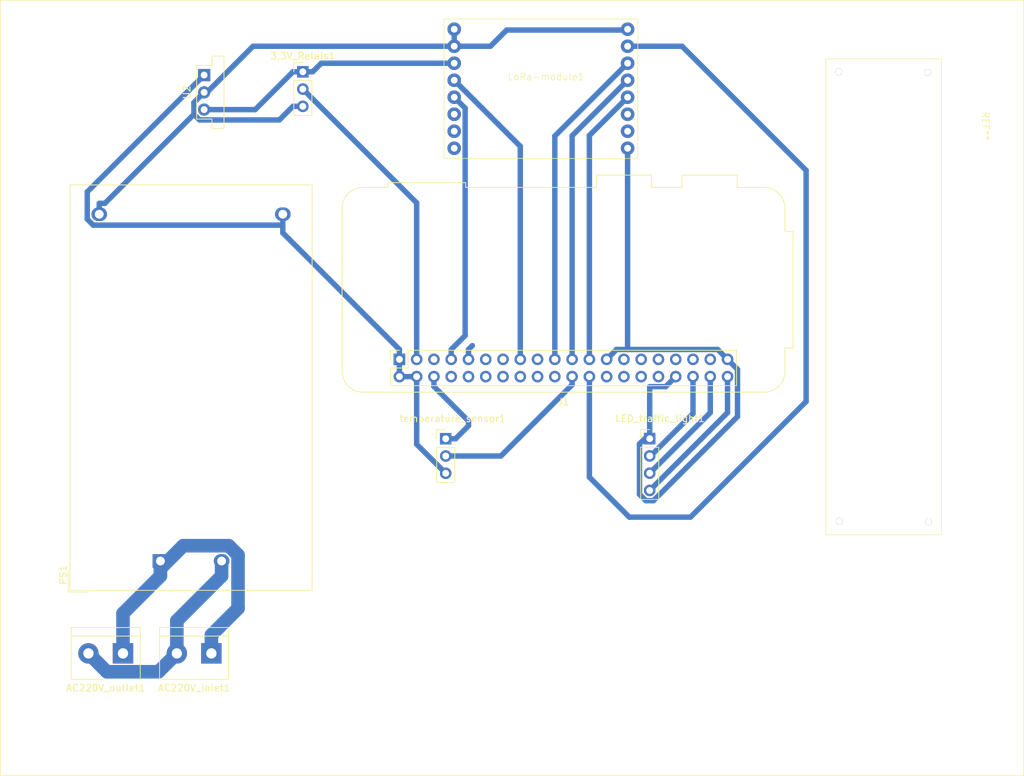
<source format=kicad_pcb>
(kicad_pcb (version 20240108) (generator "pcbnew") (generator_version "8.0")
  (layers (0 "F.Cu" signal) (31 "B.Cu" signal) (34 "B.Paste" user) (35 "F.Paste" user) (36 "B.SilkS" user "B.Silkscreen") (37 "F.SilkS" user "F.Silkscreen") (38 "B.Mask" user) (39 "F.Mask" user) (44 "Edge.Cuts" user))
  (net 0 "")
  (net 1 "Net-(J1-MISO0{slash}GPIO9)")
  (net 7 "Net-(J1-MOSI0{slash}GPIO10)")
  (net 10 "Net-(J1-GCLK0{slash}GPIO4)")
  (net 11 "Net-(J1-GPIO22)")
  (net 13 "Net-(J1-~{CE0}{slash}GPIO8)")
  (net 14 "Net-(3.3V_Relais1-GND)")
  (net 15 "Net-(3.3V_Relais1-3.3V)")
  (net 17 "Net-(3.3V_Relais1-GPIO)")
  (net 18 "Net-(AC220V_inlet1-AC)")
  (net 19 "Net-(J1-SCLK0{slash}GPIO11)")
  (net 20 "Net-(AC220V_inlet1-N)")
  (net 21 "Net-(PS1-+Vout)")
  (net 30 "Net-(J1-GPIO20{slash}MOSI1)")
  (net 31 "Net-(J1-GPIO16)")
  (net 34 "Net-(J1-GPIO21{slash}SCLK1)")
  (net 38 "Net-(J1-GPIO25)")
  (footprint "AAA_Emanuel:LoRa2" (layer "F.Cu") (at 104.25 30.75)
    (property "Reference" "LoRa-module1" (at 3.5 -3.5 0) (layer "F.SilkS") (effects (font (thickness 0.1))))
    (property "Value" "Ai-Thinker-Ra-02")
    (fp_line (start -11.5 -12) (end -11.5 8.5) (stroke (width 0.1)) (layer "F.SilkS"))
    (fp_line (start -11.5 -12) (end 17 -12) (stroke (width 0.1)) (layer "F.SilkS"))
    (fp_line (start -11.5 8.5) (end 17 8.5) (stroke (width 0.1)) (layer "F.SilkS"))
    (fp_line (start 17 -12) (end 17 8.5) (stroke (width 0.1)) (layer "F.SilkS"))
    (pad "1" thru_hole circle (at -10 -10.5) (size 2 2) (drill 1) (layers "*.Cu" "*.Mask") (net 14 "Net-(3.3V_Relais1-GND)"))
    (pad "2" thru_hole circle (at -10 -8) (size 2 2) (drill 1) (layers "*.Cu" "*.Mask") (net 14 "Net-(3.3V_Relais1-GND)"))
    (pad "3" thru_hole circle (at -10 -5.5) (size 2 2) (drill 1) (layers "*.Cu" "*.Mask") (net 15 "Net-(3.3V_Relais1-3.3V)"))
    (pad "4" thru_hole circle (at -10 -3) (size 2 2) (drill 1) (layers "*.Cu" "*.Mask") (net 11 "Net-(J1-GPIO22)"))
    (pad "5" thru_hole circle (at -10 -0.5) (size 2 2) (drill 1) (layers "*.Cu" "*.Mask") (net 10 "Net-(J1-GCLK0{slash}GPIO4)"))
    (pad "6" thru_hole circle (at -10 2) (size 2 2) (drill 1) (layers "*.Cu" "*.Mask"))
    (pad "7" thru_hole circle (at -10 4.5) (size 2 2) (drill 1) (layers "*.Cu" "*.Mask"))
    (pad "8" thru_hole circle (at -10 7) (size 2 2) (drill 1) (layers "*.Cu" "*.Mask"))
    (pad "9" thru_hole circle (at 15.5 7) (size 2 2) (drill 1) (layers "*.Cu" "*.Mask") (net 14 "Net-(3.3V_Relais1-GND)"))
    (pad "10" thru_hole circle (at 15.5 4.5) (size 2 2) (drill 1) (layers "*.Cu" "*.Mask"))
    (pad "11" thru_hole circle (at 15.5 2) (size 2 2) (drill 1) (layers "*.Cu" "*.Mask"))
    (pad "12" thru_hole circle (at 15.5 -0.5) (size 2 2) (drill 1) (layers "*.Cu" "*.Mask") (net 19 "Net-(J1-SCLK0{slash}GPIO11)"))
    (pad "13" thru_hole circle (at 15.5 -3) (size 2 2) (drill 1) (layers "*.Cu" "*.Mask") (net 1 "Net-(J1-MISO0{slash}GPIO9)"))
    (pad "14" thru_hole circle (at 15.5 -5.5) (size 2 2) (drill 1) (layers "*.Cu" "*.Mask") (net 7 "Net-(J1-MOSI0{slash}GPIO10)"))
    (pad "15" thru_hole circle (at 15.5 -8) (size 2 2) (drill 1) (layers "*.Cu" "*.Mask") (net 13 "Net-(J1-~{CE0}{slash}GPIO8)"))
    (pad "16" thru_hole circle (at 15.5 -10.5) (size 2 2) (drill 1) (layers "*.Cu" "*.Mask") (net 14 "Net-(3.3V_Relais1-GND)"))
  )
  (footprint "TerminalBlock:TerminalBlock_bornier-2_P5.08mm" (layer "F.Cu") (at 58.5375 112.0425 180)
    (property "Reference" "AC220V_inlet1" (at 2.54 -5.08 180) (layer "F.SilkS"))
    (property "Value" "~")
    (fp_line (start 7.62 3.81) (end 7.62 -3.81) (stroke (width 0.12)) (layer "F.SilkS"))
    (fp_line (start 7.62 2.54) (end -2.54 2.54) (stroke (width 0.12)) (layer "F.SilkS"))
    (fp_line (start 7.62 -3.81) (end -2.54 -3.81) (stroke (width 0.12)) (layer "F.SilkS"))
    (fp_line (start -2.54 3.81) (end 7.62 3.81) (stroke (width 0.12)) (layer "F.SilkS"))
    (fp_line (start -2.54 -3.81) (end -2.54 3.81) (stroke (width 0.12)) (layer "F.SilkS"))
    (pad "1" thru_hole rect (at 0 0 180) (size 3 3) (drill 1.52) (layers "*.Cu" "*.Mask") (net 18 "Net-(AC220V_inlet1-AC)"))
    (pad "2" thru_hole circle (at 5.08 0 180) (size 3 3) (drill 1.52) (layers "*.Cu" "*.Mask") (net 20 "Net-(AC220V_inlet1-N)"))
  )
  (footprint "Converter_DCDC:Converter_DCDC_Murata_OKI-78SR_Vertical" (layer "F.Cu") (at 57.47 26.99 -90)
    (property "Reference" "U2" (at 2.54 2.54 90) (layer "F.SilkS"))
    (property "Value" "DC5V-DC3.3V")
    (fp_line (start -1.4 1.1) (end -1.4 -1.14) (stroke (width 0.12)) (layer "F.SilkS"))
    (fp_line (start 6.48 1.1) (end -1.4 1.1) (stroke (width 0.12)) (layer "F.SilkS"))
    (fp_line (start -1.4 -1.14) (end -2.79 -1.14) (stroke (width 0.12)) (layer "F.SilkS"))
    (fp_line (start 6.48 -1.14) (end 6.48 1.1) (stroke (width 0.12)) (layer "F.SilkS"))
    (fp_line (start 7.88 -1.14) (end 6.48 -1.14) (stroke (width 0.12)) (layer "F.SilkS"))
    (fp_line (start 7.88 -1.15) (end 7.88 -2.92) (stroke (width 0.12)) (layer "F.SilkS"))
    (fp_line (start -2.79 -2.92) (end -2.79 -1.14) (stroke (width 0.12)) (layer "F.SilkS"))
    (fp_line (start 7.88 -2.92) (end -2.79 -2.92) (stroke (width 0.12)) (layer "F.SilkS"))
    (pad "1" thru_hole rect (at 0 0 270) (size 1.8 1.8) (drill 1) (layers "*.Cu" "*.Mask") (net 21 "Net-(PS1-+Vout)"))
    (pad "2" thru_hole circle (at 2.54 0 270) (size 1.8 1.8) (drill 1) (layers "*.Cu" "*.Mask") (net 14 "Net-(3.3V_Relais1-GND)"))
    (pad "3" thru_hole circle (at 5.08 0 270) (size 1.8 1.8) (drill 1) (layers "*.Cu" "*.Mask") (net 15 "Net-(3.3V_Relais1-3.3V)"))
  )
  (footprint "Connector_PinHeader_2.54mm:PinHeader_1x03_P2.54mm_Vertical" (layer "F.Cu") (at 71.985 26.51)
    (property "Reference" "3.3V_Relais1" (at 0 -2.33 0) (layer "F.SilkS"))
    (property "Value" "~")
    (fp_line (start -1.33 -1.33) (end 0 -1.33) (stroke (width 0.12)) (layer "F.SilkS"))
    (fp_line (start -1.33 0) (end -1.33 -1.33) (stroke (width 0.12)) (layer "F.SilkS"))
    (fp_line (start -1.33 1.27) (end -1.33 6.41) (stroke (width 0.12)) (layer "F.SilkS"))
    (fp_line (start -1.33 1.27) (end 1.33 1.27) (stroke (width 0.12)) (layer "F.SilkS"))
    (fp_line (start -1.33 6.41) (end 1.33 6.41) (stroke (width 0.12)) (layer "F.SilkS"))
    (fp_line (start 1.33 1.27) (end 1.33 6.41) (stroke (width 0.12)) (layer "F.SilkS"))
    (pad "1" thru_hole rect (at 0 0) (size 1.7 1.7) (drill 1) (layers "*.Cu" "*.Mask") (net 15 "Net-(3.3V_Relais1-3.3V)"))
    (pad "2" thru_hole oval (at 0 2.54) (size 1.7 1.7) (drill 1) (layers "*.Cu" "*.Mask") (net 17 "Net-(3.3V_Relais1-GPIO)"))
    (pad "3" thru_hole oval (at 0 5.08) (size 1.7 1.7) (drill 1) (layers "*.Cu" "*.Mask") (net 14 "Net-(3.3V_Relais1-GND)"))
  )
  (footprint "Connector_PinHeader_2.54mm:PinHeader_1x04_P2.54mm_Vertical" (layer "F.Cu") (at 123 80.46)
    (property "Reference" "LED_traffic_light1" (at 1.5 -2.96 0) (layer "F.SilkS"))
    (property "Value" "~")
    (fp_line (start -1.33 -1.33) (end 0 -1.33) (stroke (width 0.12)) (layer "F.SilkS"))
    (fp_line (start -1.33 0) (end -1.33 -1.33) (stroke (width 0.12)) (layer "F.SilkS"))
    (fp_line (start -1.33 1.27) (end -1.33 8.95) (stroke (width 0.12)) (layer "F.SilkS"))
    (fp_line (start -1.33 1.27) (end 1.33 1.27) (stroke (width 0.12)) (layer "F.SilkS"))
    (fp_line (start -1.33 8.95) (end 1.33 8.95) (stroke (width 0.12)) (layer "F.SilkS"))
    (fp_line (start 1.33 1.27) (end 1.33 8.95) (stroke (width 0.12)) (layer "F.SilkS"))
    (pad "1" thru_hole rect (at 0 0) (size 1.7 1.7) (drill 1) (layers "*.Cu" "*.Mask") (net 14 "Net-(3.3V_Relais1-GND)"))
    (pad "2" thru_hole oval (at 0 2.54) (size 1.7 1.7) (drill 1) (layers "*.Cu" "*.Mask") (net 31 "Net-(J1-GPIO16)"))
    (pad "3" thru_hole oval (at 0 5.08) (size 1.7 1.7) (drill 1) (layers "*.Cu" "*.Mask") (net 30 "Net-(J1-GPIO20{slash}MOSI1)"))
    (pad "4" thru_hole oval (at 0 7.62) (size 1.7 1.7) (drill 1) (layers "*.Cu" "*.Mask") (net 34 "Net-(J1-GPIO21{slash}SCLK1)"))
  )
  (footprint "Converter_ACDC:Converter_ACDC_Hi-Link_HLK-20Mxx" (layer "F.Cu") (at 51.0425 98.4575 90)
    (property "Reference" "PS1" (at -2.05 -14.29 -90) (layer "F.SilkS"))
    (property "Value" "HLK-20M05")
    (fp_line (start -4.55 -13.55) (end -1.55 -13.55) (stroke (width 0.12)) (layer "F.SilkS"))
    (fp_line (start 55.31 -13.31) (end 55.31 22.31) (stroke (width 0.12)) (layer "F.SilkS"))
    (fp_line (start -4.31 -13.31) (end 55.31 -13.31) (stroke (width 0.12)) (layer "F.SilkS"))
    (fp_line (start -4.31 -13.31) (end -4.31 22.31) (stroke (width 0.12)) (layer "F.SilkS"))
    (fp_line (start -4.55 -10.55) (end -4.55 -13.55) (stroke (width 0.12)) (layer "F.SilkS"))
    (fp_line (start -4.31 22.31) (end 55.31 22.31) (stroke (width 0.12)) (layer "F.SilkS"))
    (pad "1" thru_hole rect (at 0 0 90) (size 2 2.3) (drill 1.3) (layers "*.Cu" "*.Mask") (net 18 "Net-(AC220V_inlet1-AC)"))
    (pad "2" thru_hole oval (at 0 9 90) (size 2 2.3) (drill 1.3) (layers "*.Cu" "*.Mask") (net 20 "Net-(AC220V_inlet1-N)"))
    (pad "3" thru_hole oval (at 51 -9 90) (size 2 2.3) (drill 1.3) (layers "*.Cu" "*.Mask") (net 14 "Net-(3.3V_Relais1-GND)"))
    (pad "4" thru_hole oval (at 51 18 90) (size 2 2.3) (drill 1.3) (layers "*.Cu" "*.Mask") (net 21 "Net-(PS1-+Vout)"))
  )
  (footprint "TerminalBlock:TerminalBlock_bornier-2_P5.08mm" (layer "F.Cu") (at 45.5375 112.0425 180)
    (property "Reference" "AC220V_outlet1" (at 2.54 -5.08 180) (layer "F.SilkS"))
    (property "Value" "~")
    (fp_line (start 7.62 3.81) (end 7.62 -3.81) (stroke (width 0.12)) (layer "F.SilkS"))
    (fp_line (start 7.62 2.54) (end -2.54 2.54) (stroke (width 0.12)) (layer "F.SilkS"))
    (fp_line (start 7.62 -3.81) (end -2.54 -3.81) (stroke (width 0.12)) (layer "F.SilkS"))
    (fp_line (start -2.54 3.81) (end 7.62 3.81) (stroke (width 0.12)) (layer "F.SilkS"))
    (fp_line (start -2.54 -3.81) (end -2.54 3.81) (stroke (width 0.12)) (layer "F.SilkS"))
    (pad "1" thru_hole rect (at 0 0 180) (size 3 3) (drill 1.52) (layers "*.Cu" "*.Mask") (net 18 "Net-(AC220V_inlet1-AC)"))
    (pad "2" thru_hole circle (at 5.08 0 180) (size 3 3) (drill 1.52) (layers "*.Cu" "*.Mask") (net 20 "Net-(AC220V_inlet1-N)"))
  )
  (footprint "Module:Raspberry_Pi_Zero_Socketed_THT_FaceDown_MountingHoles" (layer "F.Cu") (at 86.1875 68.7975 90)
    (property "Reference" "J1" (at -6.27 24.13 0) (layer "F.SilkS"))
    (property "Value" "raspi-zero-2-w")
    (fp_line (start -1.77 -8.43) (end 22.23 -8.43) (stroke (width 0.12)) (layer "F.SilkS"))
    (fp_line (start 25.99 -1.68) (end 25.29 -1.68) (stroke (width 0.12)) (layer "F.SilkS"))
    (fp_line (start 25.29 -1.68) (end 25.29 -5.37) (stroke (width 0.12)) (layer "F.SilkS"))
    (fp_line (start 1.33 -1.33) (end 1.33 0) (stroke (width 0.12)) (layer "F.SilkS"))
    (fp_line (start 0 -1.33) (end 1.33 -1.33) (stroke (width 0.12)) (layer "F.SilkS"))
    (fp_line (start -1.27 -1.33) (end -1.27 1.27) (stroke (width 0.12)) (layer "F.SilkS"))
    (fp_line (start -3.87 -1.33) (end -1.27 -1.33) (stroke (width 0.12)) (layer "F.SilkS"))
    (fp_line (start -3.87 -1.33) (end -3.87 49.59) (stroke (width 0.12)) (layer "F.SilkS"))
    (fp_line (start 1.33 1.27) (end 1.33 49.59) (stroke (width 0.12)) (layer "F.SilkS"))
    (fp_line (start -1.27 1.27) (end 1.33 1.27) (stroke (width 0.12)) (layer "F.SilkS"))
    (fp_line (start 25.99 9.74) (end 25.99 -1.68) (stroke (width 0.12)) (layer "F.SilkS"))
    (fp_line (start 25.29 9.74) (end 25.99 9.74) (stroke (width 0.12)) (layer "F.SilkS"))
    (fp_line (start 27.09 28.97) (end 25.29 28.97) (stroke (width 0.12)) (layer "F.SilkS"))
    (fp_line (start 25.29 28.97) (end 25.29 9.74) (stroke (width 0.12)) (layer "F.SilkS"))
    (fp_line (start 27.09 37.09) (end 27.09 28.97) (stroke (width 0.12)) (layer "F.SilkS"))
    (fp_line (start 25.29 37.09) (end 27.09 37.09) (stroke (width 0.12)) (layer "F.SilkS"))
    (fp_line (start 27.09 41.57) (end 25.29 41.57) (stroke (width 0.12)) (layer "F.SilkS"))
    (fp_line (start 25.29 41.57) (end 25.29 37.09) (stroke (width 0.12)) (layer "F.SilkS"))
    (fp_line (start -3.87 49.59) (end 1.33 49.59) (stroke (width 0.12)) (layer "F.SilkS"))
    (fp_line (start 27.09 49.69) (end 27.09 41.57) (stroke (width 0.12)) (layer "F.SilkS"))
    (fp_line (start 25.29 49.69) (end 27.09 49.69) (stroke (width 0.12)) (layer "F.SilkS"))
    (fp_line (start 25.29 53.63) (end 25.29 49.69) (stroke (width 0.12)) (layer "F.SilkS"))
    (fp_line (start -4.83 53.63) (end -4.83 -5.37) (stroke (width 0.12)) (layer "F.SilkS"))
    (fp_line (start 18.79 56.69) (end 22.23 56.69) (stroke (width 0.12)) (layer "F.SilkS"))
    (fp_line (start 1.67 56.69) (end -1.77 56.69) (stroke (width 0.12)) (layer "F.SilkS"))
    (fp_line (start 1.67 56.69) (end 1.67 57.89) (stroke (width 0.12)) (layer "F.SilkS"))
    (fp_line (start 18.79 57.89) (end 18.79 56.69) (stroke (width 0.12)) (layer "F.SilkS"))
    (fp_line (start 1.67 57.89) (end 18.79 57.89) (stroke (width 0.12)) (layer "F.SilkS"))
    (fp_arc (start 22.23 -8.43) (mid 24.393747 -7.533747) (end 25.29 -5.37) (stroke (width 0.12)) (layer "F.SilkS"))
    (fp_arc (start -4.83 -5.37) (mid -3.933747 -7.533747) (end -1.77 -8.43) (stroke (width 0.12)) (layer "F.SilkS"))
    (fp_arc (start 25.29 53.63) (mid 24.393747 55.793747) (end 22.23 56.69) (stroke (width 0.12)) (layer "F.SilkS"))
    (fp_arc (start -1.77 56.69) (mid -3.933747 55.793747) (end -4.83 53.63) (stroke (width 0.12)) (layer "F.SilkS"))
    (pad "" np_thru_hole circle (at -1.27 -4.87 180) (size 2.75 2.75) (drill 2.75) (layers "*.Cu" "*.Mask"))
    (pad "" np_thru_hole circle (at -1.27 53.13 180) (size 2.75 2.75) (drill 2.75) (layers "*.Cu" "*.Mask"))
    (pad "" np_thru_hole circle (at 21.73 -4.87 180) (size 2.75 2.75) (drill 2.75) (layers "*.Cu" "*.Mask"))
    (pad "" np_thru_hole circle (at 21.73 53.13 180) (size 2.75 2.75) (drill 2.75) (layers "*.Cu" "*.Mask"))
    (pad "1" thru_hole rect (at 0 0 90) (size 1.7 1.7) (drill 1) (layers "*.Cu" "*.Mask") (net 21 "Net-(PS1-+Vout)"))
    (pad "2" thru_hole oval (at -2.54 0 90) (size 1.7 1.7) (drill 1) (layers "*.Cu" "*.Mask") (net 21 "Net-(PS1-+Vout)"))
    (pad "3" thru_hole oval (at 0 2.54 90) (size 1.7 1.7) (drill 1) (layers "*.Cu" "*.Mask") (net 17 "Net-(3.3V_Relais1-GPIO)"))
    (pad "4" thru_hole oval (at -2.54 2.54 90) (size 1.7 1.7) (drill 1) (layers "*.Cu" "*.Mask") (net 21 "Net-(PS1-+Vout)"))
    (pad "5" thru_hole oval (at 0 5.08 90) (size 1.7 1.7) (drill 1) (layers "*.Cu" "*.Mask"))
    (pad "6" thru_hole oval (at -2.54 5.08 90) (size 1.7 1.7) (drill 1) (layers "*.Cu" "*.Mask") (net 14 "Net-(3.3V_Relais1-GND)"))
    (pad "7" thru_hole oval (at 0 7.62 90) (size 1.7 1.7) (drill 1) (layers "*.Cu" "*.Mask") (net 10 "Net-(J1-GCLK0{slash}GPIO4)"))
    (pad "8" thru_hole oval (at -2.54 7.62 90) (size 1.7 1.7) (drill 1) (layers "*.Cu" "*.Mask"))
    (pad "9" thru_hole oval (at 0 10.16 90) (size 1.7 1.7) (drill 1) (layers "*.Cu" "*.Mask") (net 14 "Net-(3.3V_Relais1-GND)"))
    (pad "10" thru_hole oval (at -2.54 10.16 90) (size 1.7 1.7) (drill 1) (layers "*.Cu" "*.Mask"))
    (pad "11" thru_hole oval (at 0 12.7 90) (size 1.7 1.7) (drill 1) (layers "*.Cu" "*.Mask"))
    (pad "12" thru_hole oval (at -2.54 12.7 90) (size 1.7 1.7) (drill 1) (layers "*.Cu" "*.Mask"))
    (pad "13" thru_hole oval (at 0 15.24 90) (size 1.7 1.7) (drill 1) (layers "*.Cu" "*.Mask"))
    (pad "14" thru_hole oval (at -2.54 15.24 90) (size 1.7 1.7) (drill 1) (layers "*.Cu" "*.Mask") (net 14 "Net-(3.3V_Relais1-GND)"))
    (pad "15" thru_hole oval (at 0 17.78 90) (size 1.7 1.7) (drill 1) (layers "*.Cu" "*.Mask") (net 11 "Net-(J1-GPIO22)"))
    (pad "16" thru_hole oval (at -2.54 17.78 90) (size 1.7 1.7) (drill 1) (layers "*.Cu" "*.Mask"))
    (pad "17" thru_hole oval (at 0 20.32 90) (size 1.7 1.7) (drill 1) (layers "*.Cu" "*.Mask") (net 21 "Net-(PS1-+Vout)"))
    (pad "18" thru_hole oval (at -2.54 20.32 90) (size 1.7 1.7) (drill 1) (layers "*.Cu" "*.Mask"))
    (pad "19" thru_hole oval (at 0 22.86 90) (size 1.7 1.7) (drill 1) (layers "*.Cu" "*.Mask") (net 7 "Net-(J1-MOSI0{slash}GPIO10)"))
    (pad "20" thru_hole oval (at -2.54 22.86 90) (size 1.7 1.7) (drill 1) (layers "*.Cu" "*.Mask") (net 14 "Net-(3.3V_Relais1-GND)"))
    (pad "21" thru_hole oval (at 0 25.4 90) (size 1.7 1.7) (drill 1) (layers "*.Cu" "*.Mask") (net 1 "Net-(J1-MISO0{slash}GPIO9)"))
    (pad "22" thru_hole oval (at -2.54 25.4 90) (size 1.7 1.7) (drill 1) (layers "*.Cu" "*.Mask") (net 38 "Net-(J1-GPIO25)"))
    (pad "23" thru_hole oval (at 0 27.94 90) (size 1.7 1.7) (drill 1) (layers "*.Cu" "*.Mask") (net 19 "Net-(J1-SCLK0{slash}GPIO11)"))
    (pad "24" thru_hole oval (at -2.54 27.94 90) (size 1.7 1.7) (drill 1) (layers "*.Cu" "*.Mask") (net 13 "Net-(J1-~{CE0}{slash}GPIO8)"))
    (pad "25" thru_hole oval (at 0 30.48 90) (size 1.7 1.7) (drill 1) (layers "*.Cu" "*.Mask") (net 14 "Net-(3.3V_Relais1-GND)"))
    (pad "26" thru_hole oval (at -2.54 30.48 90) (size 1.7 1.7) (drill 1) (layers "*.Cu" "*.Mask"))
    (pad "27" thru_hole oval (at 0 33.02 90) (size 1.7 1.7) (drill 1) (layers "*.Cu" "*.Mask"))
    (pad "28" thru_hole oval (at -2.54 33.02 90) (size 1.7 1.7) (drill 1) (layers "*.Cu" "*.Mask"))
    (pad "29" thru_hole oval (at 0 35.56 90) (size 1.7 1.7) (drill 1) (layers "*.Cu" "*.Mask"))
    (pad "30" thru_hole oval (at -2.54 35.56 90) (size 1.7 1.7) (drill 1) (layers "*.Cu" "*.Mask") (net 14 "Net-(3.3V_Relais1-GND)"))
    (pad "31" thru_hole oval (at 0 38.1 90) (size 1.7 1.7) (drill 1) (layers "*.Cu" "*.Mask"))
    (pad "32" thru_hole oval (at -2.54 38.1 90) (size 1.7 1.7) (drill 1) (layers "*.Cu" "*.Mask"))
    (pad "33" thru_hole oval (at 0 40.64 90) (size 1.7 1.7) (drill 1) (layers "*.Cu" "*.Mask"))
    (pad "34" thru_hole oval (at -2.54 40.64 90) (size 1.7 1.7) (drill 1) (layers "*.Cu" "*.Mask") (net 14 "Net-(3.3V_Relais1-GND)"))
    (pad "35" thru_hole oval (at 0 43.18 90) (size 1.7 1.7) (drill 1) (layers "*.Cu" "*.Mask"))
    (pad "36" thru_hole oval (at -2.54 43.18 90) (size 1.7 1.7) (drill 1) (layers "*.Cu" "*.Mask") (net 31 "Net-(J1-GPIO16)"))
    (pad "37" thru_hole oval (at 0 45.72 90) (size 1.7 1.7) (drill 1) (layers "*.Cu" "*.Mask"))
    (pad "38" thru_hole oval (at -2.54 45.72 90) (size 1.7 1.7) (drill 1) (layers "*.Cu" "*.Mask") (net 30 "Net-(J1-GPIO20{slash}MOSI1)"))
    (pad "39" thru_hole oval (at 0 48.26 90) (size 1.7 1.7) (drill 1) (layers "*.Cu" "*.Mask") (net 14 "Net-(3.3V_Relais1-GND)"))
    (pad "40" thru_hole oval (at -2.54 48.26 90) (size 1.7 1.7) (drill 1) (layers "*.Cu" "*.Mask") (net 34 "Net-(J1-GPIO21{slash}SCLK1)"))
  )
  (footprint "AAA_Emanuel:Relais_holder" (layer "F.Cu") (at 165.9 24.6 -90)
    (property "Reference" "REF**" (at 9.9 -6.5 -90) (layer "F.SilkS") (effects (font (thickness 0.1))))
    (property "Value" "Relais_holder")
    (fp_rect (start 0 0) (end 70 17) (stroke (width 0.1)) (fill none) (layer "F.SilkS"))
    (pad "1" thru_hole circle (at 2 2 270) (size 1 1) (drill 3) (layers "*.Cu" "*.Mask"))
    (pad "2" thru_hole circle (at 1.9 15.1 270) (size 1 1) (drill 3) (layers "*.Cu" "*.Mask"))
    (pad "3" thru_hole circle (at 68.1 1.9 270) (size 1 1) (drill 3) (layers "*.Cu" "*.Mask"))
    (pad "4" thru_hole circle (at 68 15 270) (size 1 1) (drill 3) (layers "*.Cu" "*.Mask"))
  )
  (footprint "Connector_PinHeader_2.54mm:PinHeader_1x03_P2.54mm_Vertical" (layer "F.Cu") (at 93 80.475)
    (property "Reference" "temperature_sensor1" (at 1 -2.96 0) (layer "F.SilkS"))
    (property "Value" "DS18B20")
    (fp_line (start -1.33 -1.33) (end 0 -1.33) (stroke (width 0.12)) (layer "F.SilkS"))
    (fp_line (start -1.33 0) (end -1.33 -1.33) (stroke (width 0.12)) (layer "F.SilkS"))
    (fp_line (start -1.33 1.27) (end -1.33 6.41) (stroke (width 0.12)) (layer "F.SilkS"))
    (fp_line (start -1.33 1.27) (end 1.33 1.27) (stroke (width 0.12)) (layer "F.SilkS"))
    (fp_line (start -1.33 6.41) (end 1.33 6.41) (stroke (width 0.12)) (layer "F.SilkS"))
    (fp_line (start 1.33 1.27) (end 1.33 6.41) (stroke (width 0.12)) (layer "F.SilkS"))
    (pad "1" thru_hole rect (at 0 0) (size 1.7 1.7) (drill 1) (layers "*.Cu" "*.Mask") (net 14 "Net-(3.3V_Relais1-GND)"))
    (pad "2" thru_hole oval (at 0 2.54) (size 1.7 1.7) (drill 1) (layers "*.Cu" "*.Mask") (net 38 "Net-(J1-GPIO25)"))
    (pad "3" thru_hole oval (at 0 5.08) (size 1.7 1.7) (drill 1) (layers "*.Cu" "*.Mask") (net 21 "Net-(PS1-+Vout)"))
  )
  (gr_rect (start 27.5 16) (end 178 130) (stroke (width 0.1)) (fill none) (layer "F.SilkS"))
  (segment (start 111.5875 35.9125) (end 119.75 27.75) (width 0.8) (layer "B.Cu") (net 1))
  (segment (start 111.5875 68.7975) (end 111.5875 35.9125) (width 0.8) (layer "B.Cu") (net 1))
  (segment (start 109.0475 68.7975) (end 109.0475 35.9525) (width 0.8) (layer "B.Cu") (net 7))
  (segment (start 109.0475 35.9525) (end 119.75 25.25) (width 0.8) (layer "B.Cu") (net 7))
  (segment (start 95.858 65.2953) (end 93.8075 67.3458) (width 0.8) (layer "B.Cu") (net 10))
  (segment (start 93.8075 68.7975) (end 93.8075 67.3458) (width 0.8) (layer "B.Cu") (net 10))
  (segment (start 95.858 31.858) (end 95.858 65.2953) (width 0.8) (layer "B.Cu") (net 10))
  (segment (start 94.25 30.25) (end 95.858 31.858) (width 0.8) (layer "B.Cu") (net 10))
  (segment (start 94.25 27.75) (end 103.9675 37.4675) (width 0.8) (layer "B.Cu") (net 11))
  (segment (start 103.9675 37.4675) (end 103.9675 68.7975) (width 0.8) (layer "B.Cu") (net 11))
  (segment (start 114.1275 86.1275) (end 120 92) (width 0.8) (layer "B.Cu") (net 13))
  (segment (start 127.75 22.75) (end 119.75 22.75) (width 0.8) (layer "B.Cu") (net 13))
  (segment (start 129 92) (end 146 75) (width 0.8) (layer "B.Cu") (net 13))
  (segment (start 146 75) (end 146 41) (width 0.8) (layer "B.Cu") (net 13))
  (segment (start 120 92) (end 129 92) (width 0.8) (layer "B.Cu") (net 13))
  (segment (start 114.1275 71.3375) (end 114.1275 86.1275) (width 0.8) (layer "B.Cu") (net 13))
  (segment (start 146 41) (end 127.75 22.75) (width 0.8) (layer "B.Cu") (net 13))
  (segment (start 132.9958 67.3458) (end 119.75 67.3458) (width 0.8) (layer "B.Cu") (net 14))
  (segment (start 122.4325 89.581) (end 121.4957 88.6442) (width 0.8) (layer "B.Cu") (net 14))
  (segment (start 91.2675 71.3375) (end 91.2675 72.7892) (width 0.8) (layer "B.Cu") (net 14))
  (segment (start 55.9683 32.7604) (end 55.9683 31.0317) (width 0.8) (layer "B.Cu") (net 14))
  (segment (start 42.0425 47.4575) (end 42.0425 45.8558) (width 0.8) (layer "B.Cu") (net 14))
  (segment (start 121.4957 81.2384) (end 123 79.7341) (width 0.8) (layer "B.Cu") (net 14))
  (segment (start 96.3475 67.3458) (end 96.9135 66.7798) (width 0.8) (layer "B.Cu") (net 14))
  (segment (start 91.2675 72.7892) (end 91.2691 72.7892) (width 0.8) (layer "B.Cu") (net 14))
  (segment (start 119.75 20.3687) (end 101.9583 20.3687) (width 0.8) (layer "B.Cu") (net 14))
  (segment (start 64.6685 22.75) (end 57.8885 29.53) (width 0.8) (layer "B.Cu") (net 14))
  (segment (start 123 79.7341) (end 123 79.0083) (width 0.8) (layer "B.Cu") (net 14))
  (segment (start 42.0425 45.8558) (end 42.8729 45.8558) (width 0.8) (layer "B.Cu") (net 14))
  (segment (start 134.4475 68.7975) (end 132.9958 67.3458) (width 0.8) (layer "B.Cu") (net 14))
  (segment (start 42.8729 45.8558) (end 55.9683 32.7604) (width 0.8) (layer "B.Cu") (net 14))
  (segment (start 70.5333 31.59) (end 68.5309 33.5924) (width 0.8) (layer "B.Cu") (net 14))
  (segment (start 119.75 20.3687) (end 119.75 20.25) (width 0.8) (layer "B.Cu") (net 14))
  (segment (start 96.3483 77.8684) (end 96.3483 78.5784) (width 0.8) (layer "B.Cu") (net 14))
  (segment (start 56.8003 33.5924) (end 55.9683 32.7604) (width 0.8) (layer "B.Cu") (net 14))
  (segment (start 94.25 22.75) (end 94.25 20.25) (width 0.8) (layer "B.Cu") (net 14))
  (segment (start 135.9121 70.2621) (end 135.9121 77.2211) (width 0.8) (layer "B.Cu") (net 14))
  (segment (start 125.3512 72.8138) (end 126.8275 71.3375) (width 0.8) (layer "B.Cu") (net 14))
  (segment (start 99.577 22.75) (end 101.9583 20.3687) (width 0.8) (layer "B.Cu") (net 14))
  (segment (start 94.25 22.75) (end 99.577 22.75) (width 0.8) (layer "B.Cu") (net 14))
  (segment (start 96.3483 78.5784) (end 94.4517 80.475) (width 0.8) (layer "B.Cu") (net 14))
  (segment (start 94.25 22.75) (end 64.6685 22.75) (width 0.8) (layer "B.Cu") (net 14))
  (segment (start 119.75 67.3458) (end 118.1192 67.3458) (width 0.8) (layer "B.Cu") (net 14))
  (segment (start 135.9121 77.2211) (end 123.5522 89.581) (width 0.8) (layer "B.Cu") (net 14))
  (segment (start 123.5522 89.581) (end 122.4325 89.581) (width 0.8) (layer "B.Cu") (net 14))
  (segment (start 119.75 67.3458) (end 119.75 37.75) (width 0.8) (layer "B.Cu") (net 14))
  (segment (start 91.2691 72.7892) (end 96.3483 77.8684) (width 0.8) (layer "B.Cu") (net 14))
  (segment (start 123 80.46) (end 123 79.7341) (width 0.8) (layer "B.Cu") (net 14))
  (segment (start 93 80.475) (end 94.4517 80.475) (width 0.8) (layer "B.Cu") (net 14))
  (segment (start 121.4957 88.6442) (end 121.4957 81.2384) (width 0.8) (layer "B.Cu") (net 14))
  (segment (start 123 72.8138) (end 123 79.0083) (width 0.8) (layer "B.Cu") (net 14))
  (segment (start 57.8885 29.53) (end 57.47 29.53) (width 0.8) (layer "B.Cu") (net 14))
  (segment (start 96.3475 68.7975) (end 96.3475 67.3458) (width 0.8) (layer "B.Cu") (net 14))
  (segment (start 134.4475 68.7975) (end 135.9121 70.2621) (width 0.8) (layer "B.Cu") (net 14))
  (segment (start 71.985 31.59) (end 70.5333 31.59) (width 0.8) (layer "B.Cu") (net 14))
  (segment (start 68.5309 33.5924) (end 56.8003 33.5924) (width 0.8) (layer "B.Cu") (net 14))
  (segment (start 123 72.8138) (end 125.3512 72.8138) (width 0.8) (layer "B.Cu") (net 14))
  (segment (start 118.1192 67.3458) (end 116.6675 68.7975) (width 0.8) (layer "B.Cu") (net 14))
  (segment (start 55.9683 31.0317) (end 57.47 29.53) (width 0.8) (layer "B.Cu") (net 14))
  (segment (start 70.5333 26.51) (end 64.9733 32.07) (width 0.8) (layer "B.Cu") (net 15))
  (segment (start 74.6967 25.25) (end 94.25 25.25) (width 0.8) (layer "B.Cu") (net 15))
  (segment (start 73.4367 26.51) (end 74.6967 25.25) (width 0.8) (layer "B.Cu") (net 15))
  (segment (start 71.985 26.51) (end 70.5333 26.51) (width 0.8) (layer "B.Cu") (net 15))
  (segment (start 71.985 26.51) (end 73.4367 26.51) (width 0.8) (layer "B.Cu") (net 15))
  (segment (start 64.9733 32.07) (end 57.47 32.07) (width 0.8) (layer "B.Cu") (net 15))
  (segment (start 88.7275 45.7925) (end 71.985 29.05) (width 0.8) (layer "B.Cu") (net 17))
  (segment (start 88.7275 68.7975) (end 88.7275 45.7925) (width 0.8) (layer "B.Cu") (net 17))
  (segment (start 51.0425 99.5583) (end 51.0425 100.6592) (width 2) (layer "B.Cu") (net 18))
  (segment (start 58.5375 112.0425) (end 58.5375 109.3408) (width 2) (layer "B.Cu") (net 18))
  (segment (start 54.3942 96.2066) (end 61.0876 96.2066) (width 2) (layer "B.Cu") (net 18))
  (segment (start 51.0425 100.6592) (end 45.5375 106.1642) (width 2) (layer "B.Cu") (net 18))
  (segment (start 62.4575 105.4208) (end 58.5375 109.3408) (width 2) (layer "B.Cu") (net 18))
  (segment (start 62.4575 97.5765) (end 62.4575 105.4208) (width 2) (layer "B.Cu") (net 18))
  (segment (start 61.0876 96.2066) (end 62.4575 97.5765) (width 2) (layer "B.Cu") (net 18))
  (segment (start 51.0425 98.4575) (end 51.0425 99.5583) (width 2) (layer "B.Cu") (net 18))
  (segment (start 45.5375 106.1642) (end 45.5375 112.0425) (width 2) (layer "B.Cu") (net 18))
  (segment (start 51.0425 99.5583) (end 54.3942 96.2066) (width 2) (layer "B.Cu") (net 18))
  (segment (start 114.1275 68.7975) (end 114.1275 35.8725) (width 0.8) (layer "B.Cu") (net 19))
  (segment (start 114.1275 35.8725) (end 119.75 30.25) (width 0.8) (layer "B.Cu") (net 19))
  (segment (start 50.7558 114.7442) (end 53.4575 112.0425) (width 2) (layer "B.Cu") (net 20))
  (segment (start 43.1592 114.7442) (end 50.7558 114.7442) (width 2) (layer "B.Cu") (net 20))
  (segment (start 40.4575 112.0425) (end 43.1592 114.7442) (width 2) (layer "B.Cu") (net 20))
  (segment (start 60.0425 100.6592) (end 53.4575 107.2442) (width 2) (layer "B.Cu") (net 20))
  (segment (start 60.0425 98.4575) (end 60.0425 100.6592) (width 2) (layer "B.Cu") (net 20))
  (segment (start 53.4575 107.2442) (end 53.4575 112.0425) (width 2) (layer "B.Cu") (net 20))
  (segment (start 69.0425 49.0592) (end 69.0425 50.2008) (width 0.8) (layer "B.Cu") (net 21))
  (segment (start 69.0425 47.4575) (end 69.0425 49.0592) (width 0.8) (layer "B.Cu") (net 21))
  (segment (start 88.7275 71.3375) (end 88.7275 81.2825) (width 0.8) (layer "B.Cu") (net 21))
  (segment (start 86.1875 68.7975) (end 86.1875 67.3458) (width 0.8) (layer "B.Cu") (net 21))
  (segment (start 88.7275 71.3375) (end 86.1875 71.3375) (width 0.8) (layer "B.Cu") (net 21))
  (segment (start 41.1634 49.0592) (end 40.2806 48.1764) (width 0.8) (layer "B.Cu") (net 21))
  (segment (start 88.7275 81.2825) (end 93 85.555) (width 0.8) (layer "B.Cu") (net 21))
  (segment (start 69.0425 50.2008) (end 86.1875 67.3458) (width 0.8) (layer "B.Cu") (net 21))
  (segment (start 69.0425 49.0592) (end 41.1634 49.0592) (width 0.8) (layer "B.Cu") (net 21))
  (segment (start 40.2806 48.1764) (end 40.2806 44.1794) (width 0.8) (layer "B.Cu") (net 21))
  (segment (start 86.1875 71.3375) (end 86.1875 68.7975) (width 0.8) (layer "B.Cu") (net 21))
  (segment (start 40.2806 44.1794) (end 57.47 26.99) (width 0.8) (layer "B.Cu") (net 21))
  (segment (start 131.9075 71.3375) (end 131.9075 76.6325) (width 0.8) (layer "B.Cu") (net 30))
  (segment (start 131.9075 76.6325) (end 123 85.54) (width 0.8) (layer "B.Cu") (net 30))
  (segment (start 123 83) (end 123.1371 83) (width 0.8) (layer "B.Cu") (net 31))
  (segment (start 123.1371 83) (end 129.3675 76.7696) (width 0.8) (layer "B.Cu") (net 31))
  (segment (start 129.3675 76.7696) (end 129.3675 71.3375) (width 0.8) (layer "B.Cu") (net 31))
  (segment (start 134.4475 71.3375) (end 134.4475 76.6325) (width 0.8) (layer "B.Cu") (net 34))
  (segment (start 134.4475 76.6325) (end 123 88.08) (width 0.8) (layer "B.Cu") (net 34))
  (segment (start 93 83.015) (end 101.112081 83.015) (width 0.8) (layer "B.Cu") (net 38))
  (segment (start 101.112081 83.015) (end 111.5875 72.539581) (width 0.8) (layer "B.Cu") (net 38))
  (segment (start 111.5875 72.539581) (end 111.5875 71.3375) (width 0.8) (layer "B.Cu") (net 38))
)
</source>
